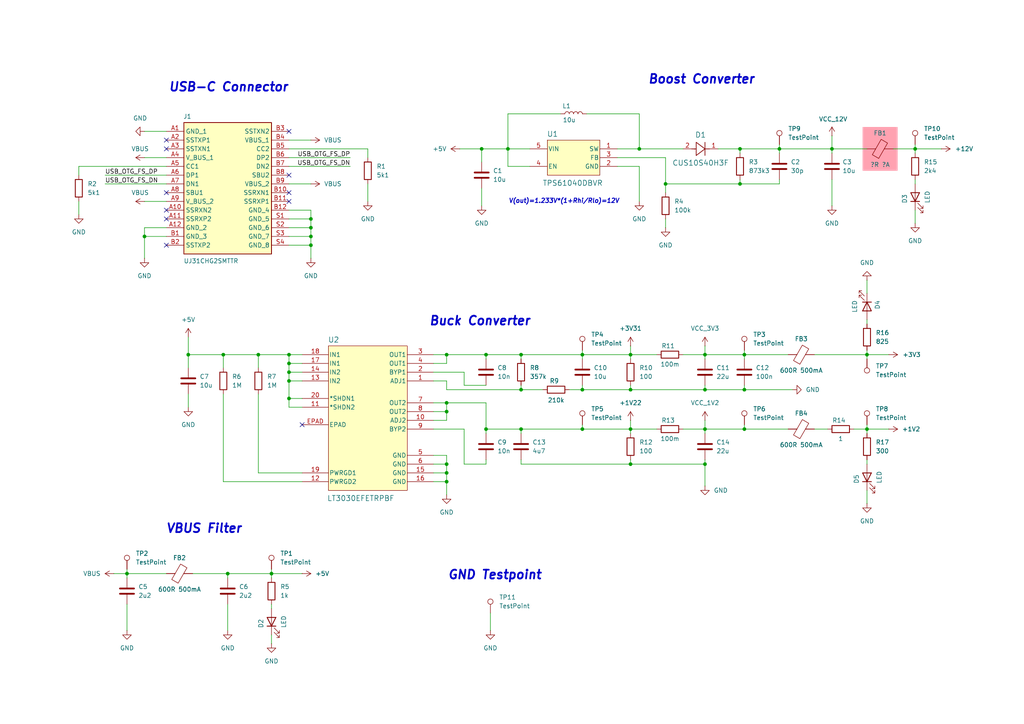
<source format=kicad_sch>
(kicad_sch (version 20250114) (generator "eeschema") (generator_version "9.0")
  (paper "A4")
  (lib_symbols
    (symbol "Connector:TestPoint" (pin_numbers (hide yes)) (pin_names (offset 0.762) (hide yes))
      (property "Reference" "TP" (at 0 6.858 0))
      (property "Value" "TestPoint" (at 0 5.08 0))
      (symbol "TestPoint_0_1"
        (circle (center 0 3.302) (radius 0.762))
      )
      (symbol "TestPoint_1_1"
        (pin passive line (at 0 0 90) (length 2.54) (name "1") (number "1"))
      )
    )
    (symbol "Custom:CUS10S40H3F" (pin_names (offset 0.254))
      (property "Reference" "D" (at 5.08 4.445 0))
      (property "Value" "CUS10S40H3F" (at 5.08 -3.81 0))
      (symbol "CUS10S40H3F_1_1"
        (polyline (pts (xy 2.54 0) (xy 3.4798 0)) (stroke (width 0.2032)))
        (polyline (pts (xy 3.175 0) (xy 3.81 0)) (stroke (width 0.2032)))
        (polyline (pts (xy 3.81 1.905) (xy 3.81 -1.905)) (stroke (width 0.2032)))
        (polyline (pts (xy 3.81 -1.905) (xy 6.35 0)) (stroke (width 0.2032)))
        (polyline (pts (xy 6.35 0) (xy 3.81 1.905)) (stroke (width 0.2032)))
        (polyline (pts (xy 6.35 0) (xy 7.62 0)) (stroke (width 0.2032)))
        (polyline (pts (xy 6.35 -1.905) (xy 6.35 1.905)) (stroke (width 0.2032)))
        (pin unspecified line (at 0 0 0) (length 2.54) (name "") (number "2"))
        (pin unspecified line (at 10.16 0 180) (length 2.54) (name "") (number "1"))
      )
      (symbol "CUS10S40H3F_1_2"
        (polyline (pts (xy -1.905 3.81) (xy 1.905 3.81)) (stroke (width 0.2032)))
        (polyline (pts (xy 0 6.35) (xy -1.905 3.81)) (stroke (width 0.2032)))
        (polyline (pts (xy 0 6.35) (xy 0 7.62)) (stroke (width 0.2032)))
        (polyline (pts (xy 0 3.175) (xy 0 3.81)) (stroke (width 0.2032)))
        (polyline (pts (xy 0 2.54) (xy 0 3.4798)) (stroke (width 0.2032)))
        (polyline (pts (xy 1.905 6.35) (xy -1.905 6.35)) (stroke (width 0.2032)))
        (polyline (pts (xy 1.905 3.81) (xy 0 6.35)) (stroke (width 0.2032)))
        (pin unspecified line (at 0 10.16 270) (length 2.54) (name "") (number "1"))
        (pin unspecified line (at 0 0 90) (length 2.54) (name "") (number "2"))
      )
    )
    (symbol "Custom:LT3030EFETRPBF" (pin_names (offset 0.254))
      (property "Reference" "U" (at 8.89 5.588 0))
      (property "Value" "LT3030EFETRPBF" (at 18.542 -41.656 0))
      (symbol "LT3030EFETRPBF_1_1"
        (rectangle (start 7.62 3.81) (end 30.48 -38.1) (fill (type background)))
        (pin input line (at 0 1.27 0) (length 7.62) (name "IN1") (number "18"))
        (pin input line (at 0 -1.27 0) (length 7.62) (name "IN1") (number "17"))
        (pin input line (at 0 -3.81 0) (length 7.62) (name "IN2") (number "14"))
        (pin input line (at 0 -6.35 0) (length 7.62) (name "IN2") (number "13"))
        (pin output line (at 0 -11.43 0) (length 7.62) (name "*SHDN1") (number "20"))
        (pin output line (at 0 -13.97 0) (length 7.62) (name "*SHDN2") (number "11"))
        (pin unspecified line (at 0 -19.05 0) (length 7.62) (name "EPAD") (number "EPAD"))
        (pin power_in line (at 0 -33.02 0) (length 7.62) (name "PWRGD1") (number "19"))
        (pin power_in line (at 0 -35.56 0) (length 7.62) (name "PWRGD2") (number "12"))
        (pin output line (at 38.1 1.27 180) (length 7.62) (name "OUT1") (number "3"))
        (pin output line (at 38.1 -1.27 180) (length 7.62) (name "OUT1") (number "4"))
        (pin unspecified line (at 38.1 -3.81 180) (length 7.62) (name "BYP1") (number "2"))
        (pin input line (at 38.1 -6.35 180) (length 7.62) (name "ADJ1") (number "1"))
        (pin output line (at 38.1 -12.7 180) (length 7.62) (name "OUT2") (number "7"))
        (pin output line (at 38.1 -15.24 180) (length 7.62) (name "OUT2") (number "8"))
        (pin input line (at 38.1 -17.78 180) (length 7.62) (name "ADJ2") (number "10"))
        (pin unspecified line (at 38.1 -20.32 180) (length 7.62) (name "BYP2") (number "9"))
        (pin power_in line (at 38.1 -27.94 180) (length 7.62) (name "GND") (number "5"))
        (pin power_in line (at 38.1 -30.48 180) (length 7.62) (name "GND") (number "6"))
        (pin power_in line (at 38.1 -33.02 180) (length 7.62) (name "GND") (number "15"))
        (pin power_in line (at 38.1 -35.56 180) (length 7.62) (name "GND") (number "16"))
      )
    )
    (symbol "Custom:TPS61040DBVR" (pin_names (offset 0.254))
      (property "Reference" "U" (at -11.684 16.002 0))
      (property "Value" "TPS61040DBVR" (at -5.08 1.524 0))
      (symbol "TPS61040DBVR_0_1"
        (pin power_in line (at -17.78 11.43 0) (length 5.08) (name "VIN") (number "5"))
        (pin input line (at -17.78 6.35 0) (length 5.08) (name "EN") (number "4"))
        (pin power_in line (at 7.62 11.43 180) (length 5.08) (name "SW") (number "1"))
        (pin input line (at 7.62 8.89 180) (length 5.08) (name "FB") (number "3"))
        (pin power_in line (at 7.62 6.35 180) (length 5.08) (name "GND") (number "2"))
      )
      (symbol "TPS61040DBVR_1_1"
        (rectangle (start -12.7 13.97) (end 2.54 3.81) (fill (type background)))
      )
    )
    (symbol "Custom:UJ31CHG2SMTTR"
      (property "Reference" "J" (at 5.334 5.08 0))
      (property "Value" "UJ31CHG2SMTTR" (at 4.826 -36.83 0))
      (symbol "UJ31CHG2SMTTR_1_1"
        (rectangle (start 5.08 2.54) (end 30.48 -35.56) (stroke (width 0.254)) (fill (type background)))
        (pin passive line (at 0 0 0) (length 5.08) (name "GND_1") (number "A1"))
        (pin passive line (at 0 -2.54 0) (length 5.08) (name "SSTXP1") (number "A2"))
        (pin passive line (at 0 -5.08 0) (length 5.08) (name "SSTXN1") (number "A3"))
        (pin passive line (at 0 -7.62 0) (length 5.08) (name "V_BUS_1") (number "A4"))
        (pin passive line (at 0 -10.16 0) (length 5.08) (name "CC1") (number "A5"))
        (pin passive line (at 0 -12.7 0) (length 5.08) (name "DP1") (number "A6"))
        (pin passive line (at 0 -15.24 0) (length 5.08) (name "DN1") (number "A7"))
        (pin passive line (at 0 -17.78 0) (length 5.08) (name "SBU1") (number "A8"))
        (pin passive line (at 0 -20.32 0) (length 5.08) (name "V_BUS_2") (number "A9"))
        (pin passive line (at 0 -22.86 0) (length 5.08) (name "SSRXN2") (number "A10"))
        (pin passive line (at 0 -25.4 0) (length 5.08) (name "SSRXP2") (number "A11"))
        (pin passive line (at 0 -27.94 0) (length 5.08) (name "GND_2") (number "A12"))
        (pin passive line (at 0 -30.48 0) (length 5.08) (name "GND_3") (number "B1"))
        (pin passive line (at 0 -33.02 0) (length 5.08) (name "SSTXP2") (number "B2"))
        (pin passive line (at 35.56 0 180) (length 5.08) (name "SSTXN2") (number "B3"))
        (pin passive line (at 35.56 -2.54 180) (length 5.08) (name "VBUS_1") (number "B4"))
        (pin passive line (at 35.56 -5.08 180) (length 5.08) (name "CC2") (number "B5"))
        (pin passive line (at 35.56 -7.62 180) (length 5.08) (name "DP2") (number "B6"))
        (pin passive line (at 35.56 -10.16 180) (length 5.08) (name "DN2") (number "B7"))
        (pin passive line (at 35.56 -12.7 180) (length 5.08) (name "SBU2") (number "B8"))
        (pin passive line (at 35.56 -15.24 180) (length 5.08) (name "VBUS_2") (number "B9"))
        (pin passive line (at 35.56 -17.78 180) (length 5.08) (name "SSRXN1") (number "B10"))
        (pin passive line (at 35.56 -20.32 180) (length 5.08) (name "SSRXP1") (number "B11"))
        (pin passive line (at 35.56 -22.86 180) (length 5.08) (name "GND_4") (number "B12"))
        (pin passive line (at 35.56 -25.4 180) (length 5.08) (name "GND_5") (number "S1"))
        (pin passive line (at 35.56 -27.94 180) (length 5.08) (name "GND_6") (number "S2"))
        (pin passive line (at 35.56 -30.48 180) (length 5.08) (name "GND_7") (number "S3"))
        (pin passive line (at 35.56 -33.02 180) (length 5.08) (name "GND_8") (number "S4"))
      )
    )
    (symbol "Device:C" (pin_numbers (hide yes)) (pin_names (offset 0.254))
      (property "Reference" "C" (at 0.635 2.54 0))
      (property "Value" "C" (at 0.635 -2.54 0))
      (symbol "C_0_1"
        (polyline (pts (xy -2.032 0.762) (xy 2.032 0.762)) (stroke (width 0.508)))
        (polyline (pts (xy -2.032 -0.762) (xy 2.032 -0.762)) (stroke (width 0.508)))
      )
      (symbol "C_1_1"
        (pin passive line (at 0 3.81 270) (length 2.794) (name "~") (number "1"))
        (pin passive line (at 0 -3.81 90) (length 2.794) (name "~") (number "2"))
      )
    )
    (symbol "Device:FerriteBead" (pin_numbers (hide yes)) (pin_names (offset 0))
      (property "Reference" "FB" (at -3.81 0.635 90))
      (property "Value" "FerriteBead" (at 3.81 0 90))
      (symbol "FerriteBead_0_1"
        (polyline (pts (xy -2.7686 0.4064) (xy -1.7018 2.2606) (xy 2.7686 -0.3048) (xy 1.6764 -2.159) (xy -2.7686 0.4064)))
        (polyline (pts (xy 0 1.27) (xy 0 1.2954)))
        (polyline (pts (xy 0 -1.27) (xy 0 -1.2192)))
      )
      (symbol "FerriteBead_1_1"
        (pin passive line (at 0 3.81 270) (length 2.54) (name "~") (number "1"))
        (pin passive line (at 0 -3.81 90) (length 2.54) (name "~") (number "2"))
      )
    )
    (symbol "Device:L" (pin_numbers (hide yes)) (pin_names (offset 1.016) (hide yes))
      (property "Reference" "L" (at -1.27 0 90))
      (property "Value" "L" (at 1.905 0 90))
      (symbol "L_0_1"
        (arc (start 0 2.54) (mid 0.6323 1.905) (end 0 1.27))
        (arc (start 0 1.27) (mid 0.6323 0.635) (end 0 0))
        (arc (start 0 0) (mid 0.6323 -0.635) (end 0 -1.27))
        (arc (start 0 -1.27) (mid 0.6323 -1.905) (end 0 -2.54))
      )
      (symbol "L_1_1"
        (pin passive line (at 0 3.81 270) (length 1.27) (name "1") (number "1"))
        (pin passive line (at 0 -3.81 90) (length 1.27) (name "2") (number "2"))
      )
    )
    (symbol "Device:LED" (pin_numbers (hide yes)) (pin_names (offset 1.016) (hide yes))
      (property "Reference" "D" (at 0 2.54 0))
      (property "Value" "LED" (at 0 -2.54 0))
      (symbol "LED_0_1"
        (polyline (pts (xy -3.048 -0.762) (xy -4.572 -2.286) (xy -3.81 -2.286) (xy -4.572 -2.286) (xy -4.572 -1.524)))
        (polyline (pts (xy -1.778 -0.762) (xy -3.302 -2.286) (xy -2.54 -2.286) (xy -3.302 -2.286) (xy -3.302 -1.524)))
        (polyline (pts (xy -1.27 0) (xy 1.27 0)))
        (polyline (pts (xy -1.27 -1.27) (xy -1.27 1.27)) (stroke (width 0.254)))
        (polyline (pts (xy 1.27 -1.27) (xy 1.27 1.27) (xy -1.27 0) (xy 1.27 -1.27)) (stroke (width 0.254)))
      )
      (symbol "LED_1_1"
        (pin passive line (at -3.81 0 0) (length 2.54) (name "K") (number "1"))
        (pin passive line (at 3.81 0 180) (length 2.54) (name "A") (number "2"))
      )
    )
    (symbol "Device:R" (pin_numbers (hide yes)) (pin_names (offset 0))
      (property "Reference" "R" (at 2.032 0 90))
      (property "Value" "R" (at 0 0 90))
      (symbol "R_0_1"
        (rectangle (start -1.016 -2.54) (end 1.016 2.54) (stroke (width 0.254)))
      )
      (symbol "R_1_1"
        (pin passive line (at 0 3.81 270) (length 1.27) (name "~") (number "1"))
        (pin passive line (at 0 -3.81 90) (length 1.27) (name "~") (number "2"))
      )
    )
    (symbol "power:+5V" (power) (pin_numbers (hide yes)) (pin_names (offset 0) (hide yes))
      (property "Value" "+5V" (at 0 3.556 0))
      (symbol "+5V_0_1"
        (polyline (pts (xy -0.762 1.27) (xy 0 2.54)))
        (polyline (pts (xy 0 2.54) (xy 0.762 1.27)))
        (polyline (pts (xy 0 0) (xy 0 2.54)))
      )
      (symbol "+5V_1_1"
        (pin power_in line (at 0 0 90) (length 0) (name "~") (number "1"))
      )
    )
    (symbol "power:GND" (power) (pin_numbers (hide yes)) (pin_names (offset 0) (hide yes))
      (property "Value" "GND" (at 0 -3.81 0))
      (symbol "GND_0_1"
        (polyline (pts (xy 0 0) (xy 0 -1.27) (xy 1.27 -1.27) (xy 0 -2.54) (xy -1.27 -1.27) (xy 0 -1.27)))
      )
      (symbol "GND_1_1"
        (pin power_in line (at 0 0 270) (length 0) (name "~") (number "1"))
      )
    )
  )
  (rectangle (start 250.19 36.83) (end 260.35 49.53) (stroke (width -0.0001)) (fill (type color) (color 255 162 177 1)))
  (text "USB-C Connector" (at 66.294 25.4 0) (effects (font (size 2.54 2.54) (thickness 0.508) (bold yes) (italic yes))))
  (text "VBUS Filter" (at 59.182 153.416 0) (effects (font (size 2.54 2.54) (thickness 0.508) (bold yes) (italic yes))))
  (text "Buck Converter" (at 139.192 93.218 0) (effects (font (size 2.54 2.54) (thickness 0.508) (bold yes) (italic yes))))
  (text "V(out)=1.233V*(1+Rhi/Rlo)=12V" (at 163.576 58.42 0) (effects (font (size 1.27 1.27) (thickness 0.254) (bold yes) (italic yes))))
  (text "GND Testpoint" (at 143.51 166.878 0) (effects (font (size 2.54 2.54) (thickness 0.508) (bold yes) (italic yes))))
  (text "Boost Converter" (at 203.454 23.114 0) (effects (font (size 2.54 2.54) (thickness 0.508) (bold yes) (italic yes))))
  (junction (at 204.47 124.46))
  (junction (at 74.93 102.87))
  (junction (at 226.06 43.18))
  (junction (at 151.13 124.46))
  (junction (at 168.91 102.87))
  (junction (at 241.3 43.18))
  (junction (at 90.17 68.58))
  (junction (at 147.32 43.18))
  (junction (at 129.54 119.38))
  (junction (at 139.7 43.18))
  (junction (at 204.47 134.62))
  (junction (at 185.42 43.18))
  (junction (at 90.17 63.5))
  (junction (at 214.63 53.34))
  (junction (at 140.97 102.87))
  (junction (at 66.04 166.37))
  (junction (at 64.77 102.87))
  (junction (at 265.43 43.18))
  (junction (at 129.54 137.16))
  (junction (at 168.91 113.03))
  (junction (at 215.9 124.46))
  (junction (at 204.47 102.87))
  (junction (at 83.82 102.87))
  (junction (at 90.17 71.12))
  (junction (at 193.04 53.34))
  (junction (at 129.54 139.7))
  (junction (at 83.82 105.41))
  (junction (at 215.9 113.03))
  (junction (at 168.91 124.46))
  (junction (at 151.13 113.03))
  (junction (at 54.61 102.87))
  (junction (at 182.88 124.46))
  (junction (at 78.74 166.37))
  (junction (at 83.82 115.57))
  (junction (at 151.13 102.87))
  (junction (at 129.54 134.62))
  (junction (at 36.83 166.37))
  (junction (at 182.88 102.87))
  (junction (at 83.82 107.95))
  (junction (at 204.47 113.03))
  (junction (at 251.46 102.87))
  (junction (at 83.82 110.49))
  (junction (at 129.54 116.84))
  (junction (at 90.17 66.04))
  (junction (at 182.88 113.03))
  (junction (at 251.46 124.46))
  (junction (at 215.9 102.87))
  (junction (at 41.91 68.58))
  (junction (at 129.54 102.87))
  (junction (at 140.97 124.46))
  (junction (at 182.88 134.62))
  (junction (at 214.63 43.18))
  (no_connect (at 87.63 123.19))
  (no_connect (at 48.26 55.88))
  (no_connect (at 48.26 63.5))
  (no_connect (at 48.26 40.64))
  (no_connect (at 83.82 50.8))
  (no_connect (at 83.82 58.42))
  (no_connect (at 83.82 38.1))
  (no_connect (at 48.26 43.18))
  (no_connect (at 48.26 71.12))
  (no_connect (at 48.26 60.96))
  (no_connect (at 83.82 55.88))
  (wire (pts (xy 182.88 104.14) (xy 182.88 102.87)))
  (wire (pts (xy 54.61 102.87) (xy 54.61 106.68)))
  (wire (pts (xy 215.9 102.87) (xy 204.47 102.87)))
  (wire (pts (xy 140.97 134.62) (xy 140.97 133.35)))
  (wire (pts (xy 151.13 124.46) (xy 168.91 124.46)))
  (wire (pts (xy 251.46 85.09) (xy 251.46 81.28)))
  (wire (pts (xy 125.73 105.41) (xy 129.54 105.41)))
  (wire (pts (xy 153.67 48.26) (xy 147.32 48.26)))
  (wire (pts (xy 151.13 113.03) (xy 151.13 111.76)))
  (wire (pts (xy 226.06 44.45) (xy 226.06 43.18)))
  (wire (pts (xy 129.54 119.38) (xy 125.73 119.38)))
  (wire (pts (xy 125.73 132.08) (xy 129.54 132.08)))
  (wire (pts (xy 168.91 102.87) (xy 168.91 104.14)))
  (wire (pts (xy 151.13 134.62) (xy 151.13 133.35)))
  (wire (pts (xy 41.91 66.04) (xy 48.26 66.04)))
  (wire (pts (xy 214.63 53.34) (xy 214.63 52.07)))
  (wire (pts (xy 36.83 166.37) (xy 36.83 167.64)))
  (wire (pts (xy 83.82 60.96) (xy 90.17 60.96)))
  (wire (pts (xy 241.3 52.07) (xy 241.3 59.69)))
  (wire (pts (xy 179.07 48.26) (xy 185.42 48.26)))
  (wire (pts (xy 179.07 45.72) (xy 193.04 45.72)))
  (wire (pts (xy 129.54 121.92) (xy 129.54 119.38)))
  (wire (pts (xy 106.68 43.18) (xy 106.68 45.72)))
  (wire (pts (xy 182.88 102.87) (xy 190.5 102.87)))
  (wire (pts (xy 74.93 137.16) (xy 74.93 114.3)))
  (wire (pts (xy 139.7 54.61) (xy 139.7 59.69)))
  (wire (pts (xy 251.46 124.46) (xy 257.81 124.46)))
  (wire (pts (xy 125.73 124.46) (xy 134.62 124.46)))
  (wire (pts (xy 106.68 53.34) (xy 106.68 58.42)))
  (wire (pts (xy 140.97 104.14) (xy 140.97 102.87)))
  (wire (pts (xy 134.62 134.62) (xy 134.62 124.46)))
  (wire (pts (xy 134.62 107.95) (xy 134.62 111.76)))
  (wire (pts (xy 204.47 133.35) (xy 204.47 134.62)))
  (wire (pts (xy 140.97 125.73) (xy 140.97 124.46)))
  (wire (pts (xy 168.91 101.6) (xy 168.91 102.87)))
  (wire (pts (xy 251.46 93.98) (xy 251.46 92.71)))
  (wire (pts (xy 78.74 166.37) (xy 87.63 166.37)))
  (wire (pts (xy 151.13 113.03) (xy 157.48 113.03)))
  (wire (pts (xy 83.82 105.41) (xy 83.82 102.87)))
  (wire (pts (xy 204.47 100.33) (xy 204.47 102.87)))
  (wire (pts (xy 182.88 111.76) (xy 182.88 113.03)))
  (wire (pts (xy 265.43 41.91) (xy 265.43 43.18)))
  (wire (pts (xy 87.63 139.7) (xy 64.77 139.7)))
  (wire (pts (xy 83.82 110.49) (xy 83.82 107.95)))
  (wire (pts (xy 87.63 137.16) (xy 74.93 137.16)))
  (wire (pts (xy 226.06 41.91) (xy 226.06 43.18)))
  (wire (pts (xy 185.42 43.18) (xy 198.12 43.18)))
  (wire (pts (xy 151.13 104.14) (xy 151.13 102.87)))
  (wire (pts (xy 54.61 97.79) (xy 54.61 102.87)))
  (wire (pts (xy 182.88 134.62) (xy 182.88 133.35)))
  (wire (pts (xy 90.17 71.12) (xy 90.17 74.93)))
  (wire (pts (xy 147.32 48.26) (xy 147.32 43.18)))
  (wire (pts (xy 204.47 111.76) (xy 204.47 113.03)))
  (wire (pts (xy 129.54 113.03) (xy 151.13 113.03)))
  (wire (pts (xy 41.91 38.1) (xy 48.26 38.1)))
  (wire (pts (xy 140.97 124.46) (xy 151.13 124.46)))
  (wire (pts (xy 215.9 123.19) (xy 215.9 124.46)))
  (wire (pts (xy 204.47 125.73) (xy 204.47 124.46)))
  (wire (pts (xy 193.04 53.34) (xy 193.04 55.88)))
  (wire (pts (xy 168.91 113.03) (xy 182.88 113.03)))
  (wire (pts (xy 226.06 52.07) (xy 226.06 53.34)))
  (wire (pts (xy 78.74 166.37) (xy 78.74 167.64)))
  (wire (pts (xy 168.91 113.03) (xy 168.91 111.76)))
  (wire (pts (xy 140.97 116.84) (xy 129.54 116.84)))
  (wire (pts (xy 215.9 102.87) (xy 228.6 102.87)))
  (wire (pts (xy 36.83 175.26) (xy 36.83 182.88)))
  (wire (pts (xy 140.97 124.46) (xy 140.97 116.84)))
  (wire (pts (xy 151.13 134.62) (xy 182.88 134.62)))
  (wire (pts (xy 30.48 53.34) (xy 48.26 53.34)))
  (wire (pts (xy 87.63 107.95) (xy 83.82 107.95)))
  (wire (pts (xy 64.77 102.87) (xy 64.77 106.68)))
  (wire (pts (xy 204.47 104.14) (xy 204.47 102.87)))
  (wire (pts (xy 125.73 139.7) (xy 129.54 139.7)))
  (wire (pts (xy 55.88 166.37) (xy 66.04 166.37)))
  (wire (pts (xy 22.86 58.42) (xy 22.86 62.23)))
  (wire (pts (xy 64.77 102.87) (xy 74.93 102.87)))
  (wire (pts (xy 215.9 101.6) (xy 215.9 102.87)))
  (wire (pts (xy 265.43 43.18) (xy 273.05 43.18)))
  (wire (pts (xy 83.82 48.26) (xy 101.6 48.26)))
  (wire (pts (xy 54.61 114.3) (xy 54.61 118.11)))
  (wire (pts (xy 54.61 102.87) (xy 64.77 102.87)))
  (wire (pts (xy 214.63 53.34) (xy 226.06 53.34)))
  (wire (pts (xy 204.47 140.97) (xy 204.47 134.62)))
  (wire (pts (xy 229.87 113.03) (xy 215.9 113.03)))
  (wire (pts (xy 90.17 68.58) (xy 90.17 71.12)))
  (wire (pts (xy 214.63 43.18) (xy 214.63 44.45)))
  (wire (pts (xy 125.73 107.95) (xy 134.62 107.95)))
  (wire (pts (xy 66.04 166.37) (xy 78.74 166.37)))
  (wire (pts (xy 193.04 63.5) (xy 193.04 66.04)))
  (wire (pts (xy 129.54 110.49) (xy 129.54 113.03)))
  (wire (pts (xy 204.47 113.03) (xy 182.88 113.03)))
  (wire (pts (xy 151.13 102.87) (xy 168.91 102.87)))
  (wire (pts (xy 147.32 33.02) (xy 147.32 43.18)))
  (wire (pts (xy 241.3 39.37) (xy 241.3 43.18)))
  (wire (pts (xy 241.3 43.18) (xy 251.46 43.18)))
  (wire (pts (xy 129.54 139.7) (xy 129.54 143.51)))
  (wire (pts (xy 83.82 118.11) (xy 83.82 115.57)))
  (wire (pts (xy 83.82 43.18) (xy 106.68 43.18)))
  (wire (pts (xy 129.54 105.41) (xy 129.54 102.87)))
  (wire (pts (xy 251.46 142.24) (xy 251.46 146.05)))
  (wire (pts (xy 83.82 40.64) (xy 90.17 40.64)))
  (wire (pts (xy 170.18 33.02) (xy 185.42 33.02)))
  (wire (pts (xy 78.74 184.15) (xy 78.74 186.69)))
  (wire (pts (xy 90.17 63.5) (xy 90.17 66.04)))
  (wire (pts (xy 168.91 123.19) (xy 168.91 124.46)))
  (wire (pts (xy 129.54 119.38) (xy 129.54 116.84)))
  (wire (pts (xy 134.62 134.62) (xy 140.97 134.62)))
  (wire (pts (xy 74.93 102.87) (xy 74.93 106.68)))
  (wire (pts (xy 241.3 44.45) (xy 241.3 43.18)))
  (wire (pts (xy 22.86 50.8) (xy 22.86 48.26)))
  (wire (pts (xy 185.42 48.26) (xy 185.42 58.42)))
  (wire (pts (xy 165.1 113.03) (xy 168.91 113.03)))
  (wire (pts (xy 129.54 132.08) (xy 129.54 134.62)))
  (wire (pts (xy 215.9 104.14) (xy 215.9 102.87)))
  (wire (pts (xy 78.74 165.1) (xy 78.74 166.37)))
  (wire (pts (xy 251.46 101.6) (xy 251.46 102.87)))
  (wire (pts (xy 251.46 102.87) (xy 257.81 102.87)))
  (wire (pts (xy 151.13 124.46) (xy 151.13 125.73)))
  (wire (pts (xy 204.47 102.87) (xy 198.12 102.87)))
  (wire (pts (xy 83.82 63.5) (xy 90.17 63.5)))
  (wire (pts (xy 140.97 102.87) (xy 151.13 102.87)))
  (wire (pts (xy 83.82 45.72) (xy 101.6 45.72)))
  (wire (pts (xy 204.47 124.46) (xy 198.12 124.46)))
  (wire (pts (xy 185.42 33.02) (xy 185.42 43.18)))
  (wire (pts (xy 41.91 45.72) (xy 48.26 45.72)))
  (wire (pts (xy 204.47 121.92) (xy 204.47 124.46)))
  (wire (pts (xy 41.91 68.58) (xy 48.26 68.58)))
  (wire (pts (xy 74.93 102.87) (xy 83.82 102.87)))
  (wire (pts (xy 134.62 111.76) (xy 140.97 111.76)))
  (wire (pts (xy 87.63 118.11) (xy 83.82 118.11)))
  (wire (pts (xy 142.24 177.8) (xy 142.24 182.88)))
  (wire (pts (xy 139.7 43.18) (xy 139.7 46.99)))
  (wire (pts (xy 66.04 175.26) (xy 66.04 182.88)))
  (wire (pts (xy 147.32 43.18) (xy 153.67 43.18)))
  (wire (pts (xy 168.91 102.87) (xy 182.88 102.87)))
  (wire (pts (xy 139.7 43.18) (xy 147.32 43.18)))
  (wire (pts (xy 125.73 110.49) (xy 129.54 110.49)))
  (wire (pts (xy 182.88 121.92) (xy 182.88 124.46)))
  (wire (pts (xy 182.88 100.33) (xy 182.88 102.87)))
  (wire (pts (xy 204.47 124.46) (xy 215.9 124.46)))
  (wire (pts (xy 265.43 52.07) (xy 265.43 53.34)))
  (wire (pts (xy 64.77 139.7) (xy 64.77 114.3)))
  (wire (pts (xy 83.82 53.34) (xy 90.17 53.34)))
  (wire (pts (xy 251.46 104.14) (xy 251.46 102.87)))
  (wire (pts (xy 259.08 43.18) (xy 265.43 43.18)))
  (wire (pts (xy 214.63 43.18) (xy 226.06 43.18)))
  (wire (pts (xy 125.73 121.92) (xy 129.54 121.92)))
  (wire (pts (xy 215.9 113.03) (xy 204.47 113.03)))
  (wire (pts (xy 215.9 111.76) (xy 215.9 113.03)))
  (wire (pts (xy 33.02 166.37) (xy 36.83 166.37)))
  (wire (pts (xy 90.17 66.04) (xy 90.17 68.58)))
  (wire (pts (xy 193.04 45.72) (xy 193.04 53.34)))
  (wire (pts (xy 236.22 102.87) (xy 251.46 102.87)))
  (wire (pts (xy 129.54 137.16) (xy 129.54 139.7)))
  (wire (pts (xy 87.63 115.57) (xy 83.82 115.57)))
  (wire (pts (xy 129.54 102.87) (xy 125.73 102.87)))
  (wire (pts (xy 215.9 124.46) (xy 228.6 124.46)))
  (wire (pts (xy 66.04 166.37) (xy 66.04 167.64)))
  (wire (pts (xy 208.28 43.18) (xy 214.63 43.18)))
  (wire (pts (xy 83.82 107.95) (xy 83.82 105.41)))
  (wire (pts (xy 226.06 43.18) (xy 241.3 43.18)))
  (wire (pts (xy 83.82 68.58) (xy 90.17 68.58)))
  (wire (pts (xy 125.73 116.84) (xy 129.54 116.84)))
  (wire (pts (xy 162.56 33.02) (xy 147.32 33.02)))
  (wire (pts (xy 133.35 43.18) (xy 139.7 43.18)))
  (wire (pts (xy 193.04 53.34) (xy 214.63 53.34)))
  (wire (pts (xy 251.46 123.19) (xy 251.46 124.46)))
  (wire (pts (xy 125.73 134.62) (xy 129.54 134.62)))
  (wire (pts (xy 48.26 58.42) (xy 41.91 58.42)))
  (wire (pts (xy 41.91 66.04) (xy 41.91 68.58)))
  (wire (pts (xy 36.83 165.1) (xy 36.83 166.37)))
  (wire (pts (xy 251.46 124.46) (xy 251.46 125.73)))
  (wire (pts (xy 251.46 133.35) (xy 251.46 134.62)))
  (wire (pts (xy 125.73 137.16) (xy 129.54 137.16)))
  (wire (pts (xy 247.65 124.46) (xy 251.46 124.46)))
  (wire (pts (xy 182.88 124.46) (xy 190.5 124.46)))
  (wire (pts (xy 204.47 134.62) (xy 182.88 134.62)))
  (wire (pts (xy 87.63 105.41) (xy 83.82 105.41)))
  (wire (pts (xy 182.88 124.46) (xy 182.88 125.73)))
  (wire (pts (xy 179.07 43.18) (xy 185.42 43.18)))
  (wire (pts (xy 83.82 71.12) (xy 90.17 71.12)))
  (wire (pts (xy 140.97 102.87) (xy 129.54 102.87)))
  (wire (pts (xy 22.86 48.26) (xy 48.26 48.26)))
  (wire (pts (xy 87.63 110.49) (xy 83.82 110.49)))
  (wire (pts (xy 36.83 166.37) (xy 48.26 166.37)))
  (wire (pts (xy 30.48 50.8) (xy 48.26 50.8)))
  (wire (pts (xy 265.43 43.18) (xy 265.43 44.45)))
  (wire (pts (xy 78.74 175.26) (xy 78.74 176.53)))
  (wire (pts (xy 90.17 60.96) (xy 90.17 63.5)))
  (wire (pts (xy 41.91 68.58) (xy 41.91 74.93)))
  (wire (pts (xy 236.22 124.46) (xy 240.03 124.46)))
  (wire (pts (xy 83.82 102.87) (xy 87.63 102.87)))
  (wire (pts (xy 129.54 134.62) (xy 129.54 137.16)))
  (wire (pts (xy 168.91 124.46) (xy 182.88 124.46)))
  (wire (pts (xy 83.82 66.04) (xy 90.17 66.04)))
  (wire (pts (xy 83.82 115.57) (xy 83.82 110.49)))
  (wire (pts (xy 265.43 60.96) (xy 265.43 64.77)))
  (label "USB_OTG_FS_DN" (at 101.6 48.26 180))
  (label "USB_OTG_FS_DN" (at 30.48 53.34 0))
  (label "USB_OTG_FS_DP" (at 30.48 50.8 0))
  (label "USB_OTG_FS_DP" (at 101.6 45.72 180))
  (symbol (lib_id "Device:R") (at 182.88 107.95 180) (unit 1)
    (property "Reference" "R10" (at 185.42 106.6799 0) (effects (justify right)))
    (property "Value" "100" (at 185.42 109.2199 0) (effects (justify right)))
    (property "Description" "Resistor" (effects (hide yes)))
  )
  (symbol (lib_id "Connector:TestPoint") (at 168.91 123.19 0) (unit 1)
    (property "Reference" "TP5" (at 171.45 118.6179 0) (effects (justify left)))
    (property "Value" "TestPoint" (at 171.45 121.1579 0) (effects (justify left)))
    (property "Description" "test point" (effects (hide yes)))
  )
  (symbol (lib_id "power:GND") (at 185.42 58.42 0) (unit 1)
    (property "Reference" "#PWR010" (effects (hide yes)))
    (property "Value" "GND" (at 185.42 63.5 0))
    (property "Description" "Power symbol creates a global label with name \"GND\" , ground" (effects (hide yes)))
  )
  (symbol (lib_id "Connector:TestPoint") (at 226.06 41.91 0) (unit 1)
    (property "Reference" "TP9" (at 228.6 37.3379 0) (effects (justify left)))
    (property "Value" "TestPoint" (at 228.6 39.8779 0) (effects (justify left)))
    (property "Description" "test point" (effects (hide yes)))
  )
  (symbol (lib_id "Device:R") (at 182.88 129.54 180) (unit 1)
    (property "Reference" "R12" (at 185.42 128.2699 0) (effects (justify right)))
    (property "Value" "100" (at 185.42 130.8099 0) (effects (justify right)))
    (property "Description" "Resistor" (effects (hide yes)))
  )
  (symbol (lib_id "Device:L") (at 166.37 33.02 90) (unit 1)
    (property "Reference" "L1" (at 164.338 30.734 90))
    (property "Value" "10u" (at 165.1 34.798 90))
    (property "Description" "Inductor" (effects (hide yes)))
  )
  (symbol (lib_id "power:GND") (at 204.47 140.97 0) (unit 1)
    (property "Reference" "#PWR025" (effects (hide yes)))
    (property "Value" "GND" (at 207.01 142.2399 0) (effects (justify left)))
    (property "Description" "Power symbol creates a global label with name \"GND\" , ground" (effects (hide yes)))
  )
  (symbol (lib_id "power:+5V") (at 273.05 43.18 270) (unit 1)
    (property "Reference" "#PWR030" (effects (hide yes)))
    (property "Value" "+12V" (at 279.654 43.18 90))
    (property "Description" "Power symbol creates a global label with name \"+5V\"" (effects (hide yes)))
  )
  (symbol (lib_id "Connector:TestPoint") (at 251.46 104.14 180) (unit 1)
    (property "Reference" "TP7" (at 254 106.1719 0) (effects (justify right)))
    (property "Value" "TestPoint" (at 254 108.7119 0) (effects (justify right)))
    (property "Description" "test point" (effects (hide yes)))
  )
  (symbol (lib_id "Device:R") (at 265.43 48.26 180) (unit 1)
    (property "Reference" "R15" (at 267.97 46.9899 0) (effects (justify right)))
    (property "Value" "2k4" (at 267.97 49.5299 0) (effects (justify right)))
    (property "Description" "Resistor" (effects (hide yes)))
  )
  (symbol (lib_id "power:+5V") (at 41.91 45.72 90) (unit 1)
    (property "Reference" "#PWR01" (effects (hide yes)))
    (property "Value" "VBUS" (at 40.64 43.18 90))
    (property "Description" "Power symbol creates a global label with name \"+5V\"" (effects (hide yes)))
  )
  (symbol (lib_id "Device:R") (at 194.31 124.46 270) (unit 1)
    (property "Reference" "R13" (at 193.802 121.92 90))
    (property "Value" "100m" (at 194.31 127.254 90))
    (property "Description" "Resistor" (effects (hide yes)))
  )
  (symbol (lib_id "power:GND") (at 90.17 74.93 0) (unit 1)
    (property "Reference" "#PWR03" (effects (hide yes)))
    (property "Value" "GND" (at 90.17 80.01 0))
    (property "Description" "Power symbol creates a global label with name \"GND\" , ground" (effects (hide yes)))
  )
  (symbol (lib_id "power:+5V") (at 241.3 39.37 0) (unit 1)
    (property "Reference" "#PWR015" (effects (hide yes)))
    (property "Value" "VCC_12V" (at 237.49 34.544 0) (effects (justify left)))
    (property "Description" "Power symbol creates a global label with name \"+5V\"" (effects (hide yes)))
  )
  (symbol (lib_id "Device:R") (at 22.86 54.61 0) (unit 1)
    (property "Reference" "R2" (at 25.4 53.3399 0) (effects (justify left)))
    (property "Value" "5k1" (at 25.4 55.8799 0) (effects (justify left)))
    (property "Description" "Resistor" (effects (hide yes)))
  )
  (symbol (lib_id "power:+5V") (at 182.88 121.92 0) (unit 1)
    (property "Reference" "#PWR027" (effects (hide yes)))
    (property "Value" "+1V22" (at 182.88 116.84 0))
    (property "Description" "Power symbol creates a global label with name \"+5V\"" (effects (hide yes)))
  )
  (symbol (lib_id "power:GND") (at 54.61 118.11 0) (unit 1)
    (property "Reference" "#PWR020" (effects (hide yes)))
    (property "Value" "GND" (at 54.61 123.19 0))
    (property "Description" "Power symbol creates a global label with name \"GND\" , ground" (effects (hide yes)))
  )
  (symbol (lib_id "power:+5V") (at 54.61 97.79 0) (unit 1)
    (property "Reference" "#PWR021" (effects (hide yes)))
    (property "Value" "+5V" (at 54.61 92.71 0))
    (property "Description" "Power symbol creates a global label with name \"+5V\"" (effects (hide yes)))
  )
  (symbol (lib_id "Device:C") (at 241.3 48.26 0) (unit 1)
    (property "Reference" "C3" (at 244.348 46.99 0) (effects (justify left)))
    (property "Value" "10u" (at 244.348 49.53 0) (effects (justify left)))
    (property "Description" "Unpolarized capacitor" (effects (hide yes)))
  )
  (symbol (lib_id "Device:C") (at 140.97 107.95 0) (unit 1)
    (property "Reference" "C8" (at 144.272 106.68 0) (effects (justify left)))
    (property "Value" "10n" (at 144.272 109.22 0) (effects (justify left)))
    (property "Description" "Unpolarized capacitor" (effects (hide yes)))
  )
  (symbol (lib_id "Device:C") (at 139.7 50.8 0) (unit 1)
    (property "Reference" "C1" (at 143.002 49.53 0) (effects (justify left)))
    (property "Value" "10u" (at 143.002 52.07 0) (effects (justify left)))
    (property "Description" "Unpolarized capacitor" (effects (hide yes)))
  )
  (symbol (lib_id "Connector:TestPoint") (at 251.46 123.19 0) (unit 1)
    (property "Reference" "TP8" (at 254 118.6179 0) (effects (justify left)))
    (property "Value" "TestPoint" (at 254 121.1579 0) (effects (justify left)))
    (property "Description" "test point" (effects (hide yes)))
  )
  (symbol (lib_id "power:+5V") (at 204.47 121.92 0) (unit 1)
    (property "Reference" "#PWR029" (effects (hide yes)))
    (property "Value" "VCC_1V2" (at 204.47 116.84 0))
    (property "Description" "Power symbol creates a global label with name \"+5V\"" (effects (hide yes)))
  )
  (symbol (lib_id "Device:R") (at 251.46 129.54 180) (unit 1)
    (property "Reference" "R17" (at 254 128.2699 0) (effects (justify right)))
    (property "Value" "300" (at 254 130.8099 0) (effects (justify right)))
    (property "Description" "Resistor" (effects (hide yes)))
  )
  (symbol (lib_id "Connector:TestPoint") (at 142.24 177.8 0) (unit 1)
    (property "Reference" "TP11" (at 144.78 173.2279 0) (effects (justify left)))
    (property "Value" "TestPoint" (at 144.78 175.7679 0) (effects (justify left)))
    (property "Description" "test point" (effects (hide yes)))
  )
  (symbol (lib_id "power:GND") (at 41.91 38.1 270) (unit 1)
    (property "Reference" "#PWR02" (effects (hide yes)))
    (property "Value" "GND" (at 40.64 34.29 90))
    (property "Description" "Power symbol creates a global label with name \"GND\" , ground" (effects (hide yes)))
  )
  (symbol (lib_id "Connector:TestPoint") (at 78.74 165.1 0) (unit 1)
    (property "Reference" "TP1" (at 81.28 160.5279 0) (effects (justify left)))
    (property "Value" "TestPoint" (at 81.28 163.0679 0) (effects (justify left)))
    (property "Description" "test point" (effects (hide yes)))
  )
  (symbol (lib_id "Custom:TPS61040DBVR") (at 171.45 54.61 0) (unit 1)
    (property "Reference" "U1" (at 160.274 38.862 0) (effects (font (size 1.524 1.524))))
    (property "Value" "TPS61040DBVR" (at 166.116 53.086 0) (effects (font (size 1.524 1.524))))
    (property "Footprint" "Custom:TPS61040DBVR" (effects (hide yes)))
    (property "Datasheet" "https://www.ti.com/lit/gpn/tps61040" (effects (hide yes)))
  )
  (symbol (lib_id "power:GND") (at 193.04 66.04 0) (unit 1)
    (property "Reference" "#PWR013" (effects (hide yes)))
    (property "Value" "GND" (at 193.04 71.12 0))
    (property "Description" "Power symbol creates a global label with name \"GND\" , ground" (effects (hide yes)))
  )
  (symbol (lib_id "Device:LED") (at 265.43 57.15 90) (unit 1)
    (property "Reference" "D3" (at 262.382 57.658 0))
    (property "Value" "LED" (at 268.986 57.15 0))
    (property "Description" "Light emitting diode" (effects (hide yes)))
    (property "Sim.Pins" "1=K 2=A" (effects (hide yes)))
  )
  (symbol (lib_id "power:GND") (at 106.68 58.42 0) (unit 1)
    (property "Reference" "#PWR07" (effects (hide yes)))
    (property "Value" "GND" (at 106.68 63.5 0))
    (property "Description" "Power symbol creates a global label with name \"GND\" , ground" (effects (hide yes)))
  )
  (symbol (lib_id "Device:C") (at 168.91 107.95 0) (unit 1)
    (property "Reference" "C10" (at 172.212 106.68 0) (effects (justify left)))
    (property "Value" "10u" (at 172.212 109.22 0) (effects (justify left)))
    (property "Description" "Unpolarized capacitor" (effects (hide yes)))
  )
  (symbol (lib_id "power:+5V") (at 257.81 102.87 270) (unit 1)
    (property "Reference" "#PWR023" (effects (hide yes)))
    (property "Value" "+3V3" (at 264.414 102.87 90))
    (property "Description" "Power symbol creates a global label with name \"+5V\"" (effects (hide yes)))
  )
  (symbol (lib_id "power:GND") (at 142.24 182.88 0) (unit 1)
    (property "Reference" "#PWR037" (effects (hide yes)))
    (property "Value" "GND" (at 142.24 187.96 0))
    (property "Description" "Power symbol creates a global label with name \"GND\" , ground" (effects (hide yes)))
  )
  (symbol (lib_id "power:GND") (at 22.86 62.23 0) (unit 1)
    (property "Reference" "#PWR08" (effects (hide yes)))
    (property "Value" "GND" (at 22.86 67.31 0))
    (property "Description" "Power symbol creates a global label with name \"GND\" , ground" (effects (hide yes)))
  )
  (symbol (lib_id "Device:C") (at 140.97 129.54 0) (unit 1)
    (property "Reference" "C9" (at 144.272 128.27 0) (effects (justify left)))
    (property "Value" "10n" (at 144.272 130.81 0) (effects (justify left)))
    (property "Description" "Unpolarized capacitor" (effects (hide yes)))
  )
  (symbol (lib_id "Device:C") (at 54.61 110.49 0) (unit 1)
    (property "Reference" "C7" (at 57.912 109.22 0) (effects (justify left)))
    (property "Value" "10u" (at 57.912 111.76 0) (effects (justify left)))
    (property "Description" "Unpolarized capacitor" (effects (hide yes)))
  )
  (symbol (lib_id "Device:FerriteBead") (at 232.41 102.87 90) (unit 1)
    (property "Reference" "FB3" (at 232.41 98.298 90))
    (property "Value" "600R 500mA" (at 232.41 107.442 90))
    (property "Description" "Ferrite bead" (effects (hide yes)))
  )
  (symbol (lib_id "Device:R") (at 161.29 113.03 270) (unit 1)
    (property "Reference" "R9" (at 160.782 110.49 90))
    (property "Value" "210k" (at 161.29 116.078 90))
    (property "Description" "Resistor" (effects (hide yes)))
  )
  (symbol (lib_id "Device:R") (at 64.77 110.49 180) (unit 1)
    (property "Reference" "R6" (at 67.31 109.2199 0) (effects (justify right)))
    (property "Value" "1M" (at 67.31 111.7599 0) (effects (justify right)))
    (property "Description" "Resistor" (effects (hide yes)))
  )
  (symbol (lib_id "Connector:TestPoint") (at 215.9 123.19 0) (unit 1)
    (property "Reference" "TP6" (at 218.44 118.6179 0) (effects (justify left)))
    (property "Value" "TestPoint" (at 218.44 121.1579 0) (effects (justify left)))
    (property "Description" "test point" (effects (hide yes)))
  )
  (symbol (lib_id "Custom:LT3030EFETRPBF") (at 87.63 104.14 0) (unit 1)
    (property "Reference" "U2" (at 96.774 98.552 0) (effects (font (size 1.524 1.524))))
    (property "Value" "LT3030EFETRPBF" (at 104.648 144.526 0) (effects (font (size 1.524 1.524))))
    (property "Footprint" "Custom:LT8302ES8ETRPBF" (effects (hide yes)))
    (property "Datasheet" "https://www.analog.com/media/en/technical-documentation/data-sheets/3030fa.pdf" (effects (hide yes)))
  )
  (symbol (lib_id "Device:FerriteBead") (at 52.07 166.37 90) (unit 1)
    (property "Reference" "FB2" (at 52.07 161.798 90))
    (property "Value" "600R 500mA" (at 52.07 170.942 90))
    (property "Description" "Ferrite bead" (effects (hide yes)))
  )
  (symbol (lib_id "power:GND") (at 36.83 182.88 0) (unit 1)
    (property "Reference" "#PWR018" (effects (hide yes)))
    (property "Value" "GND" (at 36.83 187.96 0))
    (property "Description" "Power symbol creates a global label with name \"GND\" , ground" (effects (hide yes)))
  )
  (symbol (lib_id "Device:R") (at 151.13 107.95 180) (unit 1)
    (property "Reference" "R8" (at 153.67 106.6799 0) (effects (justify right)))
    (property "Value" "357k" (at 153.67 109.2199 0) (effects (justify right)))
    (property "Description" "Resistor" (effects (hide yes)))
  )
  (symbol (lib_id "power:+5V") (at 182.88 100.33 0) (unit 1)
    (property "Reference" "#PWR022" (effects (hide yes)))
    (property "Value" "+3V31" (at 182.88 95.25 0))
    (property "Description" "Power symbol creates a global label with name \"+5V\"" (effects (hide yes)))
  )
  (symbol (lib_id "power:+5V") (at 41.91 58.42 90) (unit 1)
    (property "Reference" "#PWR09" (effects (hide yes)))
    (property "Value" "VBUS" (at 40.64 55.88 90))
    (property "Description" "Power symbol creates a global label with name \"+5V\"" (effects (hide yes)))
  )
  (symbol (lib_id "Connector:TestPoint") (at 265.43 41.91 0) (unit 1)
    (property "Reference" "TP10" (at 267.97 37.3379 0) (effects (justify left)))
    (property "Value" "TestPoint" (at 267.97 39.8779 0) (effects (justify left)))
    (property "Description" "test point" (effects (hide yes)))
  )
  (symbol (lib_id "Device:C") (at 66.04 171.45 0) (unit 1)
    (property "Reference" "C6" (at 69.342 170.18 0) (effects (justify left)))
    (property "Value" "2u2" (at 69.342 172.72 0) (effects (justify left)))
    (property "Description" "Unpolarized capacitor" (effects (hide yes)))
  )
  (symbol (lib_id "power:+5V") (at 257.81 124.46 270) (unit 1)
    (property "Reference" "#PWR026" (effects (hide yes)))
    (property "Value" "+1V2" (at 261.62 124.4599 90) (effects (justify left)))
    (property "Description" "Power symbol creates a global label with name \"+5V\"" (effects (hide yes)))
  )
  (symbol (lib_id "Device:FerriteBead") (at 232.41 124.46 90) (unit 1)
    (property "Reference" "FB4" (at 232.41 119.888 90))
    (property "Value" "600R 500mA" (at 232.41 129.032 90))
    (property "Description" "Ferrite bead" (effects (hide yes)))
  )
  (symbol (lib_id "power:+5V") (at 87.63 166.37 270) (unit 1)
    (property "Reference" "#PWR017" (effects (hide yes)))
    (property "Value" "+5V" (at 91.44 166.3699 90) (effects (justify left)))
    (property "Description" "Power symbol creates a global label with name \"+5V\"" (effects (hide yes)))
  )
  (symbol (lib_id "power:+5V") (at 90.17 53.34 270) (unit 1)
    (property "Reference" "#PWR06" (effects (hide yes)))
    (property "Value" "VBUS" (at 93.98 53.3399 90) (effects (justify left)))
    (property "Description" "Power symbol creates a global label with name \"+5V\"" (effects (hide yes)))
  )
  (symbol (lib_id "power:+5V") (at 204.47 100.33 0) (unit 1)
    (property "Reference" "#PWR028" (effects (hide yes)))
    (property "Value" "VCC_3V3" (at 204.47 95.25 0))
    (property "Description" "Power symbol creates a global label with name \"+5V\"" (effects (hide yes)))
  )
  (symbol (lib_id "Device:FerriteBead") (at 255.27 43.18 90) (unit 1)
    (property "Reference" "FB1" (at 255.27 38.608 90))
    (property "Value" "?R ?A" (at 255.27 47.752 90))
    (property "Description" "Ferrite bead" (effects (hide yes)))
  )
  (symbol (lib_id "Custom:UJ31CHG2SMTTR") (at 48.26 38.1 0) (unit 1)
    (property "Reference" "J1" (at 54.356 33.782 0))
    (property "Value" "UJ31CHG2SMTTR" (at 61.214 75.692 0))
    (property "Footprint" "Custom:UJ31CHG2SMTTR" (effects (hide yes)))
    (property "Datasheet" "https://www.sameskydevices.com/product/resource/uj31-ch-g2-smt-tr.pdf" (effects (hide yes)))
    (property "Description" "Type C, USB 3.2 Gen 2, 10 Gbps, 20 Vdc, 5 A, Right Angle, Surface Mount, Black Insulator, USB Receptacle" (effects (hide yes)))
    (property "Height" "4.66" (effects (hide yes)))
    (property "Manufacturer_Name" "Same Sky" (effects (hide yes)))
    (property "Manufacturer_Part_Number" "UJ31-CH-G2-SMT-TR" (effects (hide yes)))
    (property "Mouser Part Number" "490-UJ31-CH-G2SMT-TR" (effects (hide yes)))
    (property "Mouser Price/Stock" "https://www.mouser.co.uk/ProductDetail/Same-Sky/UJ31-CH-G2-SMT-TR?qs=W0yvOO0ixfGEsh2EYrPgIQ%3D%3D" (effects (hide yes)))
    (property "Arrow Part Number" "UJ31-CH-G2-SMT-TR" (effects (hide yes)))
    (property "Arrow Price/Stock" "https://www.arrow.com/en/products/uj31-ch-g2-smt-tr/cui-devices?utm_currency=USD&region=nac" (effects (hide yes)))
  )
  (symbol (lib_id "power:GND") (at 78.74 186.69 0) (unit 1)
    (property "Reference" "#PWR034" (effects (hide yes)))
    (property "Value" "GND" (at 78.74 191.77 0))
    (property "Description" "Power symbol creates a global label with name \"GND\" , ground" (effects (hide yes)))
  )
  (symbol (lib_id "Device:C") (at 215.9 107.95 0) (unit 1)
    (property "Reference" "C12" (at 219.202 106.68 0) (effects (justify left)))
    (property "Value" "100n" (at 219.202 109.22 0) (effects (justify left)))
    (property "Description" "Unpolarized capacitor" (effects (hide yes)))
  )
  (symbol (lib_id "Device:LED") (at 251.46 138.43 90) (unit 1)
    (property "Reference" "D5" (at 248.412 138.938 0))
    (property "Value" "LED" (at 255.016 138.43 0))
    (property "Description" "Light emitting diode" (effects (hide yes)))
    (property "Sim.Pins" "1=K 2=A" (effects (hide yes)))
  )
  (symbol (lib_id "Device:C") (at 151.13 129.54 0) (unit 1)
    (property "Reference" "C13" (at 154.432 128.27 0) (effects (justify left)))
    (property "Value" "4u7" (at 154.432 130.81 0) (effects (justify left)))
    (property "Description" "Unpolarized capacitor" (effects (hide yes)))
  )
  (symbol (lib_id "power:GND") (at 139.7 59.69 0) (unit 1)
    (property "Reference" "#PWR012" (effects (hide yes)))
    (property "Value" "GND" (at 139.7 64.77 0))
    (property "Description" "Power symbol creates a global label with name \"GND\" , ground" (effects (hide yes)))
  )
  (symbol (lib_id "Device:C") (at 204.47 107.95 0) (unit 1)
    (property "Reference" "C11" (at 207.772 106.68 0) (effects (justify left)))
    (property "Value" "22u" (at 207.772 109.22 0) (effects (justify left)))
    (property "Description" "Unpolarized capacitor" (effects (hide yes)))
  )
  (symbol (lib_id "power:+5V") (at 133.35 43.18 90) (unit 1)
    (property "Reference" "#PWR011" (effects (hide yes)))
    (property "Value" "+5V" (at 129.54 43.1799 90) (effects (justify left)))
    (property "Description" "Power symbol creates a global label with name \"+5V\"" (effects (hide yes)))
  )
  (symbol (lib_id "power:+5V") (at 33.02 166.37 90) (unit 1)
    (property "Reference" "#PWR016" (effects (hide yes)))
    (property "Value" "VBUS" (at 29.21 166.3699 90) (effects (justify left)))
    (property "Description" "Power symbol creates a global label with name \"+5V\"" (effects (hide yes)))
  )
  (symbol (lib_id "Device:R") (at 243.84 124.46 270) (unit 1)
    (property "Reference" "R14" (at 243.332 121.92 90))
    (property "Value" "1" (at 243.84 127.254 90))
    (property "Description" "Resistor" (effects (hide yes)))
  )
  (symbol (lib_id "power:GND") (at 265.43 64.77 0) (unit 1)
    (property "Reference" "#PWR031" (effects (hide yes)))
    (property "Value" "GND" (at 265.43 69.85 0))
    (property "Description" "Power symbol creates a global label with name \"GND\" , ground" (effects (hide yes)))
  )
  (symbol (lib_id "Device:R") (at 78.74 171.45 180) (unit 1)
    (property "Reference" "R5" (at 81.28 170.1799 0) (effects (justify right)))
    (property "Value" "1k" (at 81.28 172.7199 0) (effects (justify right)))
    (property "Description" "Resistor" (effects (hide yes)))
  )
  (symbol (lib_id "power:GND") (at 229.87 113.03 90) (unit 1)
    (property "Reference" "#PWR024" (effects (hide yes)))
    (property "Value" "GND" (at 233.68 113.0299 90) (effects (justify right)))
    (property "Description" "Power symbol creates a global label with name \"GND\" , ground" (effects (hide yes)))
  )
  (symbol (lib_id "power:GND") (at 251.46 146.05 0) (unit 1)
    (property "Reference" "#PWR036" (effects (hide yes)))
    (property "Value" "GND" (at 251.46 151.13 0))
    (property "Description" "Power symbol creates a global label with name \"GND\" , ground" (effects (hide yes)))
  )
  (symbol (lib_id "Device:R") (at 251.46 97.79 0) (unit 1)
    (property "Reference" "R16" (at 254 96.5199 0) (effects (justify left)))
    (property "Value" "825" (at 254 99.0599 0) (effects (justify left)))
    (property "Description" "Resistor" (effects (hide yes)))
  )
  (symbol (lib_id "Connector:TestPoint") (at 215.9 101.6 0) (unit 1)
    (property "Reference" "TP3" (at 218.44 97.0279 0) (effects (justify left)))
    (property "Value" "TestPoint" (at 218.44 99.5679 0) (effects (justify left)))
    (property "Description" "test point" (effects (hide yes)))
  )
  (symbol (lib_id "power:GND") (at 251.46 81.28 180) (unit 1)
    (property "Reference" "#PWR035" (effects (hide yes)))
    (property "Value" "GND" (at 251.46 76.2 0))
    (property "Description" "Power symbol creates a global label with name \"GND\" , ground" (effects (hide yes)))
  )
  (symbol (lib_id "Device:C") (at 204.47 129.54 0) (unit 1)
    (property "Reference" "C14" (at 207.772 128.27 0) (effects (justify left)))
    (property "Value" "22u" (at 207.772 130.81 0) (effects (justify left)))
    (property "Description" "Unpolarized capacitor" (effects (hide yes)))
  )
  (symbol (lib_id "Device:C") (at 226.06 48.26 0) (unit 1)
    (property "Reference" "C2" (at 229.362 46.99 0) (effects (justify left)))
    (property "Value" "30p" (at 229.362 49.53 0) (effects (justify left)))
    (property "Description" "Unpolarized capacitor" (effects (hide yes)))
  )
  (symbol (lib_id "Device:R") (at 214.63 48.26 0) (unit 1)
    (property "Reference" "R3" (at 217.17 46.9899 0) (effects (justify left)))
    (property "Value" "873k3" (at 217.17 49.5299 0) (effects (justify left)))
    (property "Description" "Resistor" (effects (hide yes)))
  )
  (symbol (lib_id "Device:R") (at 194.31 102.87 270) (unit 1)
    (property "Reference" "R11" (at 193.802 100.33 90))
    (property "Value" "100m" (at 194.31 105.664 90))
    (property "Description" "Resistor" (effects (hide yes)))
  )
  (symbol (lib_id "Device:R") (at 106.68 49.53 0) (unit 1)
    (property "Reference" "R1" (at 109.22 48.2599 0) (effects (justify left)))
    (property "Value" "5k1" (at 109.22 50.7999 0) (effects (justify left)))
    (property "Description" "Resistor" (effects (hide yes)))
  )
  (symbol (lib_id "Device:LED") (at 251.46 88.9 270) (unit 1)
    (property "Reference" "D4" (at 254.508 88.392 0))
    (property "Value" "LED" (at 247.904 88.9 0))
    (property "Description" "Light emitting diode" (effects (hide yes)))
    (property "Sim.Pins" "1=K 2=A" (effects (hide yes)))
  )
  (symbol (lib_id "Connector:TestPoint") (at 36.83 165.1 0) (unit 1)
    (property "Reference" "TP2" (at 39.37 160.5279 0) (effects (justify left)))
    (property "Value" "TestPoint" (at 39.37 163.0679 0) (effects (justify left)))
    (property "Description" "test point" (effects (hide yes)))
  )
  (symbol (lib_id "Device:LED") (at 78.74 180.34 90) (unit 1)
    (property "Reference" "D2" (at 75.692 180.848 0))
    (property "Value" "LED" (at 82.296 180.34 0))
    (property "Description" "Light emitting diode" (effects (hide yes)))
    (property "Sim.Pins" "1=K 2=A" (effects (hide yes)))
  )
  (symbol (lib_id "Connector:TestPoint") (at 168.91 101.6 0) (unit 1)
    (property "Reference" "TP4" (at 171.45 97.0279 0) (effects (justify left)))
    (property "Value" "TestPoint" (at 171.45 99.5679 0) (effects (justify left)))
    (property "Description" "test point" (effects (hide yes)))
  )
  (symbol (lib_id "Device:R") (at 193.04 59.69 0) (unit 1)
    (property "Reference" "R4" (at 195.58 58.4199 0) (effects (justify left)))
    (property "Value" "100k" (at 195.58 60.9599 0) (effects (justify left)))
    (property "Description" "Resistor" (effects (hide yes)))
  )
  (symbol (lib_id "Device:C") (at 36.83 171.45 0) (unit 1)
    (property "Reference" "C5" (at 40.132 170.18 0) (effects (justify left)))
    (property "Value" "2u2" (at 40.132 172.72 0) (effects (justify left)))
    (property "Description" "Unpolarized capacitor" (effects (hide yes)))
  )
  (symbol (lib_id "Custom:CUS10S40H3F") (at 198.12 43.18 0) (unit 1)
    (property "Reference" "D1" (at 203.2 39.116 0) (effects (font (size 1.524 1.524))))
    (property "Value" "CUS10S40H3F" (at 203.2 47.244 0) (effects (font (size 1.524 1.524))))
    (property "Footprint" "Custom:CUS10S40H3F" (effects (hide yes)))
    (property "Datasheet" "https://toshiba.semicon-storage.com/info/docget.jsp?did=14564&prodName=CUS10S40" (effects (hide yes)))
  )
  (symbol (lib_id "power:GND") (at 241.3 59.69 0) (unit 1)
    (property "Reference" "#PWR014" (effects (hide yes)))
    (property "Value" "GND" (at 241.3 64.77 0))
    (property "Description" "Power symbol creates a global label with name \"GND\" , ground" (effects (hide yes)))
  )
  (symbol (lib_id "Device:R") (at 74.93 110.49 180) (unit 1)
    (property "Reference" "R7" (at 77.47 109.2199 0) (effects (justify right)))
    (property "Value" "1M" (at 77.47 111.7599 0) (effects (justify right)))
    (property "Description" "Resistor" (effects (hide yes)))
  )
  (symbol (lib_id "power:GND") (at 66.04 182.88 0) (unit 1)
    (property "Reference" "#PWR032" (effects (hide yes)))
    (property "Value" "GND" (at 66.04 187.96 0))
    (property "Description" "Power symbol creates a global label with name \"GND\" , ground" (effects (hide yes)))
  )
  (symbol (lib_id "power:GND") (at 41.91 74.93 0) (unit 1)
    (property "Reference" "#PWR04" (effects (hide yes)))
    (property "Value" "GND" (at 41.91 80.01 0))
    (property "Description" "Power symbol creates a global label with name \"GND\" , ground" (effects (hide yes)))
  )
  (symbol (lib_id "power:GND") (at 129.54 143.51 0) (unit 1)
    (property "Reference" "#PWR019" (effects (hide yes)))
    (property "Value" "GND" (at 129.54 148.59 0))
    (property "Description" "Power symbol creates a global label with name \"GND\" , ground" (effects (hide yes)))
  )
  (symbol (lib_id "power:+5V") (at 90.17 40.64 270) (unit 1)
    (property "Reference" "#PWR05" (effects (hide yes)))
    (property "Value" "VBUS" (at 93.98 40.6399 90) (effects (justify left)))
    (property "Description" "Power symbol creates a global label with name \"+5V\"" (effects (hide yes)))
  )
  (sheet (at 306.07 12.7) (size 27.94 6.35) (stroke (width 0.1524))
    (property "Sheetname" "ICE40HX" (at 306.07 11.9884 0) (effects (justify left bottom)))
    (property "Sheetfile" "ICE40HX.kicad_sch" (at 306.07 19.6346 0) (effects (justify left top)))
  )
  (sheet (at 306.07 0) (size 27.94 6.35) (stroke (width 0.1524))
    (property "Sheetname" "STM32F4" (at 306.07 -0.7116 0) (effects (justify left bottom)))
    (property "Sheetfile" "STM32F4.kicad_sch" (at 306.07 6.9346 0) (effects (justify left top)))
  )
)
</source>
